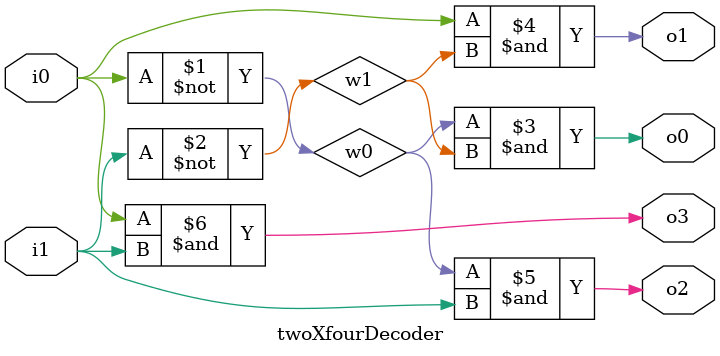
<source format=v>
module twoXfourDecoder (
    output o3,o2,o1,o0,input i1,i0
);
    wire w0,w1;
    nor n0(w0,i0);
    nor n1(w1,i1);
    and a0(o0,w0,w1);
    and a1(o1,i0,w1);
    and a2(o2,w0,i1);
    and a3(o3,i0,i1);
endmodule
</source>
